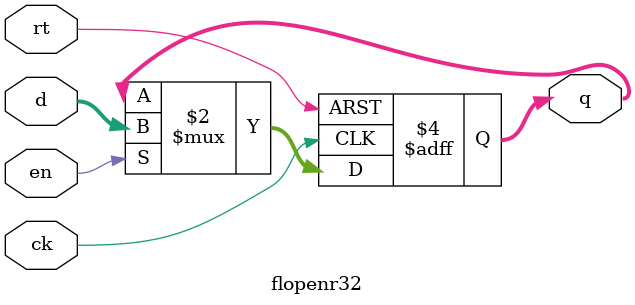
<source format=sv>
module flopenr32(input logic [31:0] d, input logic en, ck, rt, output logic [31:0] q);

always_ff @(posedge ck, posedge rt)
	if (rt) q <= 32'b0;
	else if (en) q <= d;
endmodule
</source>
